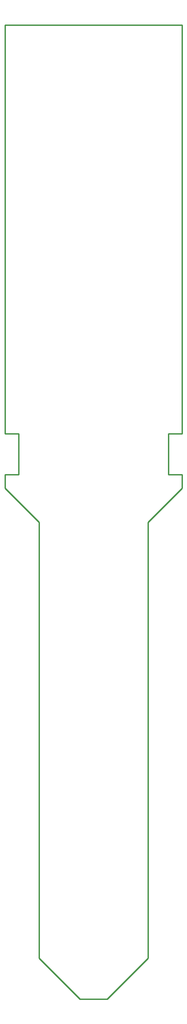
<source format=gko>
G04 Layer: BoardOutline*
G04 EasyEDA v6.3.43, 2020-06-07T13:11:06+08:00*
G04 57be81840bc34c5ebe362b8f785087f4,10*
G04 Gerber Generator version 0.2*
G04 Scale: 100 percent, Rotated: No, Reflected: No *
G04 Dimensions in inches *
G04 leading zeros omitted , absolute positions ,2 integer and 4 decimal *
%FSLAX24Y24*%
%MOIN*%
G90*
G70D02*

%ADD10C,0.010000*%
G54D10*
G01X0Y71500D02*
G01X13000Y71500D01*
G01X13000Y41500D01*
G01X12000Y41500D01*
G01X12000Y38500D01*
G01X13000Y38500D01*
G01X13000Y37500D01*
G01X10500Y35000D01*
G01X10500Y3000D01*
G01X7500Y0D01*
G01X5500Y0D01*
G01X2500Y3000D01*
G01X2500Y35000D01*
G01X0Y37500D01*
G01X0Y38500D01*
G01X1000Y38500D01*
G01X1000Y41500D01*
G01X0Y41500D01*
G01X0Y71500D01*

%LPD*%
M00*
M02*

</source>
